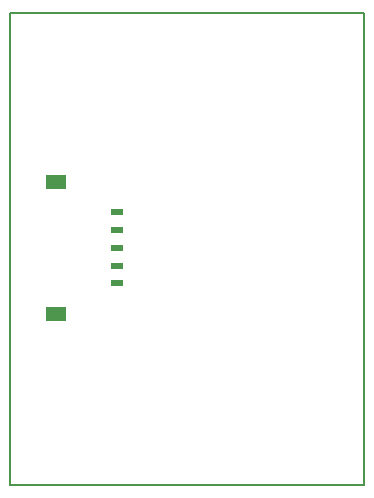
<source format=gbr>
G04 #@! TF.GenerationSoftware,KiCad,Pcbnew,5.0.1-33cea8e~68~ubuntu18.04.1*
G04 #@! TF.CreationDate,2018-10-27T22:05:16+03:00*
G04 #@! TF.ProjectId,PIC-ICSP-504050,5049432D494353502D3530343035302E,v1.0*
G04 #@! TF.SameCoordinates,Original*
G04 #@! TF.FileFunction,Paste,Top*
G04 #@! TF.FilePolarity,Positive*
%FSLAX46Y46*%
G04 Gerber Fmt 4.6, Leading zero omitted, Abs format (unit mm)*
G04 Created by KiCad (PCBNEW 5.0.1-33cea8e~68~ubuntu18.04.1) date la 27. lokakuuta 2018 22.05.16*
%MOMM*%
%LPD*%
G01*
G04 APERTURE LIST*
%ADD10C,0.150000*%
%ADD11R,1.000000X0.600000*%
%ADD12R,1.800000X1.250000*%
G04 APERTURE END LIST*
D10*
X50000000Y-90000000D02*
X50000000Y-50000000D01*
X50000000Y-90000000D02*
X80000000Y-90000000D01*
X80000000Y-50000000D02*
X80000000Y-90000000D01*
X50000000Y-50000000D02*
X80000000Y-50000000D01*
D11*
G04 #@! TO.C,J1*
X59095000Y-72900000D03*
X59095000Y-71400000D03*
X59095000Y-69900000D03*
X59095000Y-68400000D03*
X59095000Y-66900000D03*
D12*
X53905000Y-75505000D03*
X53905000Y-64295000D03*
G04 #@! TD*
M02*

</source>
